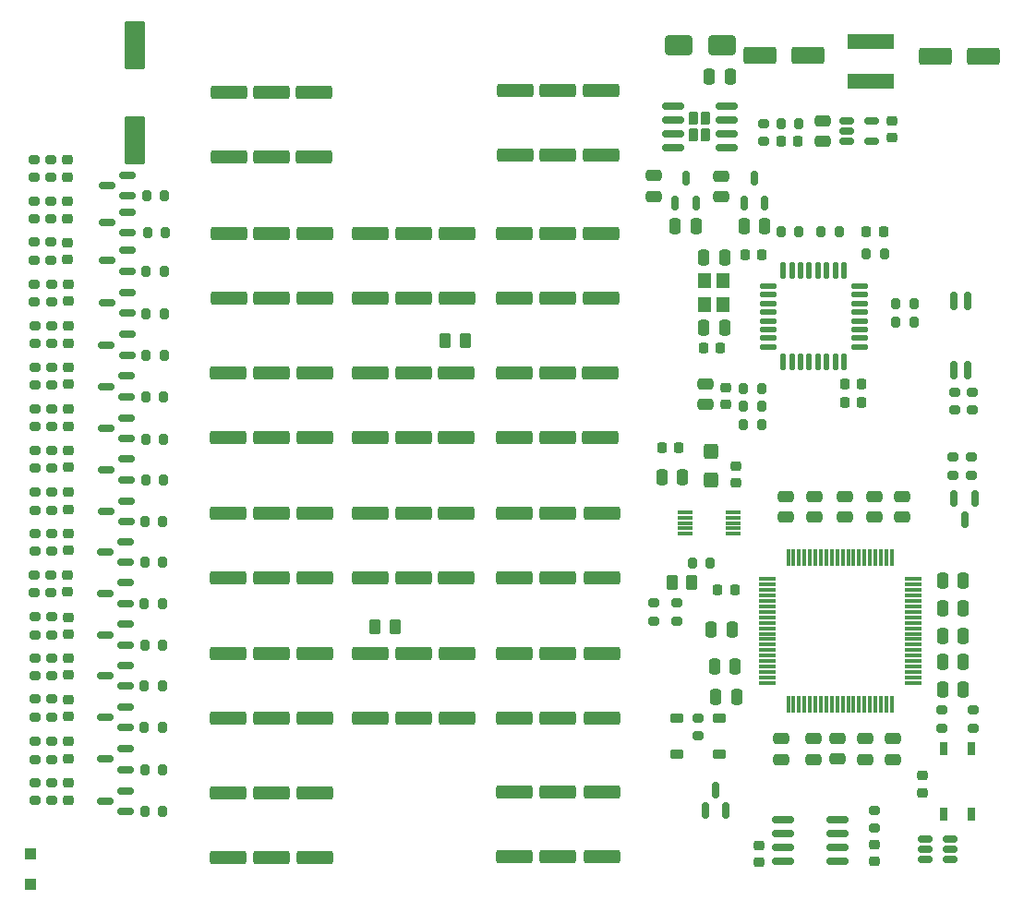
<source format=gbr>
%TF.GenerationSoftware,KiCad,Pcbnew,7.0.7*%
%TF.CreationDate,2024-05-18T15:39:26+02:00*%
%TF.ProjectId,Module_16S,4d6f6475-6c65-45f3-9136-532e6b696361,rev?*%
%TF.SameCoordinates,Original*%
%TF.FileFunction,Paste,Top*%
%TF.FilePolarity,Positive*%
%FSLAX46Y46*%
G04 Gerber Fmt 4.6, Leading zero omitted, Abs format (unit mm)*
G04 Created by KiCad (PCBNEW 7.0.7) date 2024-05-18 15:39:26*
%MOMM*%
%LPD*%
G01*
G04 APERTURE LIST*
G04 Aperture macros list*
%AMRoundRect*
0 Rectangle with rounded corners*
0 $1 Rounding radius*
0 $2 $3 $4 $5 $6 $7 $8 $9 X,Y pos of 4 corners*
0 Add a 4 corners polygon primitive as box body*
4,1,4,$2,$3,$4,$5,$6,$7,$8,$9,$2,$3,0*
0 Add four circle primitives for the rounded corners*
1,1,$1+$1,$2,$3*
1,1,$1+$1,$4,$5*
1,1,$1+$1,$6,$7*
1,1,$1+$1,$8,$9*
0 Add four rect primitives between the rounded corners*
20,1,$1+$1,$2,$3,$4,$5,0*
20,1,$1+$1,$4,$5,$6,$7,0*
20,1,$1+$1,$6,$7,$8,$9,0*
20,1,$1+$1,$8,$9,$2,$3,0*%
G04 Aperture macros list end*
%ADD10RoundRect,0.200000X0.275000X-0.200000X0.275000X0.200000X-0.275000X0.200000X-0.275000X-0.200000X0*%
%ADD11RoundRect,0.200000X0.200000X0.275000X-0.200000X0.275000X-0.200000X-0.275000X0.200000X-0.275000X0*%
%ADD12RoundRect,0.250000X0.475000X-0.250000X0.475000X0.250000X-0.475000X0.250000X-0.475000X-0.250000X0*%
%ADD13RoundRect,0.250000X-1.425000X0.362500X-1.425000X-0.362500X1.425000X-0.362500X1.425000X0.362500X0*%
%ADD14R,1.200000X1.400000*%
%ADD15RoundRect,0.225000X-0.225000X-0.250000X0.225000X-0.250000X0.225000X0.250000X-0.225000X0.250000X0*%
%ADD16RoundRect,0.218750X0.256250X-0.218750X0.256250X0.218750X-0.256250X0.218750X-0.256250X-0.218750X0*%
%ADD17RoundRect,0.200000X-0.200000X-0.275000X0.200000X-0.275000X0.200000X0.275000X-0.200000X0.275000X0*%
%ADD18RoundRect,0.200000X-0.275000X0.200000X-0.275000X-0.200000X0.275000X-0.200000X0.275000X0.200000X0*%
%ADD19RoundRect,0.250000X-0.262500X-0.450000X0.262500X-0.450000X0.262500X0.450000X-0.262500X0.450000X0*%
%ADD20RoundRect,0.150000X0.150000X-0.587500X0.150000X0.587500X-0.150000X0.587500X-0.150000X-0.587500X0*%
%ADD21RoundRect,0.150000X0.587500X0.150000X-0.587500X0.150000X-0.587500X-0.150000X0.587500X-0.150000X0*%
%ADD22RoundRect,0.250000X0.250000X0.475000X-0.250000X0.475000X-0.250000X-0.475000X0.250000X-0.475000X0*%
%ADD23RoundRect,0.250000X-0.475000X0.250000X-0.475000X-0.250000X0.475000X-0.250000X0.475000X0.250000X0*%
%ADD24RoundRect,0.225000X0.225000X0.250000X-0.225000X0.250000X-0.225000X-0.250000X0.225000X-0.250000X0*%
%ADD25RoundRect,0.150000X-0.150000X0.587500X-0.150000X-0.587500X0.150000X-0.587500X0.150000X0.587500X0*%
%ADD26RoundRect,0.230000X-0.230000X-0.375000X0.230000X-0.375000X0.230000X0.375000X-0.230000X0.375000X0*%
%ADD27RoundRect,0.150000X-0.825000X-0.150000X0.825000X-0.150000X0.825000X0.150000X-0.825000X0.150000X0*%
%ADD28RoundRect,0.150000X-0.512500X-0.150000X0.512500X-0.150000X0.512500X0.150000X-0.512500X0.150000X0*%
%ADD29RoundRect,0.250000X0.425000X-0.450000X0.425000X0.450000X-0.425000X0.450000X-0.425000X-0.450000X0*%
%ADD30RoundRect,0.218750X0.218750X0.256250X-0.218750X0.256250X-0.218750X-0.256250X0.218750X-0.256250X0*%
%ADD31RoundRect,0.150000X0.150000X-0.662500X0.150000X0.662500X-0.150000X0.662500X-0.150000X-0.662500X0*%
%ADD32RoundRect,0.225000X0.250000X-0.225000X0.250000X0.225000X-0.250000X0.225000X-0.250000X-0.225000X0*%
%ADD33RoundRect,0.250000X-1.000000X-0.650000X1.000000X-0.650000X1.000000X0.650000X-1.000000X0.650000X0*%
%ADD34RoundRect,0.225000X-0.375000X0.225000X-0.375000X-0.225000X0.375000X-0.225000X0.375000X0.225000X0*%
%ADD35RoundRect,0.250000X-0.250000X-0.475000X0.250000X-0.475000X0.250000X0.475000X-0.250000X0.475000X0*%
%ADD36R,1.500000X0.300000*%
%ADD37R,0.300000X1.500000*%
%ADD38RoundRect,0.125000X-0.625000X-0.125000X0.625000X-0.125000X0.625000X0.125000X-0.625000X0.125000X0*%
%ADD39RoundRect,0.125000X-0.125000X-0.625000X0.125000X-0.625000X0.125000X0.625000X-0.125000X0.625000X0*%
%ADD40RoundRect,0.250000X1.250000X0.550000X-1.250000X0.550000X-1.250000X-0.550000X1.250000X-0.550000X0*%
%ADD41RoundRect,0.250000X-1.250000X-0.550000X1.250000X-0.550000X1.250000X0.550000X-1.250000X0.550000X0*%
%ADD42RoundRect,0.150000X0.150000X-0.512500X0.150000X0.512500X-0.150000X0.512500X-0.150000X-0.512500X0*%
%ADD43R,4.200000X1.400000*%
%ADD44R,1.400000X0.300000*%
%ADD45RoundRect,0.225000X-0.250000X0.225000X-0.250000X-0.225000X0.250000X-0.225000X0.250000X0.225000X0*%
%ADD46R,0.800000X1.200000*%
%ADD47RoundRect,0.250000X-0.300000X0.300000X-0.300000X-0.300000X0.300000X-0.300000X0.300000X0.300000X0*%
%ADD48RoundRect,0.250000X-0.700000X1.950000X-0.700000X-1.950000X0.700000X-1.950000X0.700000X1.950000X0*%
G04 APERTURE END LIST*
D10*
%TO.C,Rl6*%
X6197600Y-48577000D03*
X6197600Y-46927000D03*
%TD*%
D11*
%TO.C,R23*%
X66625479Y-45861479D03*
X64975479Y-45861479D03*
%TD*%
D12*
%TO.C,C2*%
X73115679Y-63854879D03*
X73115679Y-61954879D03*
%TD*%
D13*
%TO.C,R53*%
X39395400Y-54140920D03*
X39395400Y-60065920D03*
%TD*%
D14*
%TO.C,Y1*%
X67838879Y-22135479D03*
X67838879Y-19935479D03*
X66138879Y-19935479D03*
X66138879Y-22135479D03*
%TD*%
D11*
%TO.C,R38*%
X16408400Y-64795400D03*
X14758400Y-64795400D03*
%TD*%
D15*
%TO.C,C28*%
X78989079Y-31104079D03*
X80539079Y-31104079D03*
%TD*%
D16*
%TO.C,D12*%
X7772400Y-52400300D03*
X7772400Y-50825300D03*
%TD*%
D17*
%TO.C,R26*%
X80937600Y-17475200D03*
X82587600Y-17475200D03*
%TD*%
D10*
%TO.C,R102*%
X87833200Y-60997600D03*
X87833200Y-59347600D03*
%TD*%
D11*
%TO.C,R41*%
X16420600Y-53390800D03*
X14770600Y-53390800D03*
%TD*%
D18*
%TO.C,R15*%
X4724400Y-62217800D03*
X4724400Y-63867800D03*
%TD*%
D13*
%TO.C,R59*%
X26416000Y-54140920D03*
X26416000Y-60065920D03*
%TD*%
%TO.C,R52*%
X56667400Y-54140920D03*
X56667400Y-60065920D03*
%TD*%
%TO.C,R48*%
X48691800Y-66862100D03*
X48691800Y-72787100D03*
%TD*%
D11*
%TO.C,R39*%
X16395200Y-60934600D03*
X14745200Y-60934600D03*
%TD*%
D18*
%TO.C,R11*%
X4673600Y-46927000D03*
X4673600Y-48577000D03*
%TD*%
%TO.C,R18*%
X81675479Y-68544479D03*
X81675479Y-70194479D03*
%TD*%
D16*
%TO.C,D14*%
X7772400Y-59918700D03*
X7772400Y-58343700D03*
%TD*%
%TO.C,D10*%
X7747000Y-44704100D03*
X7747000Y-43129100D03*
%TD*%
D11*
%TO.C,R87*%
X16674600Y-15544800D03*
X15024600Y-15544800D03*
%TD*%
D13*
%TO.C,R100*%
X26416000Y-2639880D03*
X26416000Y-8564880D03*
%TD*%
D18*
%TO.C,R5*%
X4699000Y-24092400D03*
X4699000Y-25742400D03*
%TD*%
D13*
%TO.C,R51*%
X22428200Y-66952680D03*
X22428200Y-72877680D03*
%TD*%
D19*
%TO.C,TH8*%
X42343700Y-25476200D03*
X44168700Y-25476200D03*
%TD*%
D20*
%TO.C,Q2*%
X66156800Y-68550000D03*
X68056800Y-68550000D03*
X67106800Y-66675000D03*
%TD*%
D13*
%TO.C,R79*%
X43332400Y-41278360D03*
X43332400Y-47203360D03*
%TD*%
%TO.C,R92*%
X30327600Y-2634800D03*
X30327600Y-8559800D03*
%TD*%
D16*
%TO.C,D1*%
X7721600Y-10464900D03*
X7721600Y-8889900D03*
%TD*%
D19*
%TO.C,TH3*%
X63109979Y-47664879D03*
X64934979Y-47664879D03*
%TD*%
D13*
%TO.C,R98*%
X26416000Y-15593880D03*
X26416000Y-21518880D03*
%TD*%
%TO.C,R95*%
X56591200Y-2528980D03*
X56591200Y-8453980D03*
%TD*%
%TO.C,R77*%
X52628800Y-28415800D03*
X52628800Y-34340800D03*
%TD*%
D18*
%TO.C,R12*%
X4724400Y-50787800D03*
X4724400Y-52437800D03*
%TD*%
D16*
%TO.C,D16*%
X7772400Y-67614900D03*
X7772400Y-66039900D03*
%TD*%
D10*
%TO.C,Rl11*%
X6248400Y-29527000D03*
X6248400Y-27877000D03*
%TD*%
D11*
%TO.C,R66*%
X16547600Y-26797000D03*
X14897600Y-26797000D03*
%TD*%
D18*
%TO.C,R4*%
X4673600Y-20282400D03*
X4673600Y-21932400D03*
%TD*%
D13*
%TO.C,R93*%
X39395400Y-15593880D03*
X39395400Y-21518880D03*
%TD*%
D16*
%TO.C,D15*%
X7772400Y-63804900D03*
X7772400Y-62229900D03*
%TD*%
D21*
%TO.C,Qc13*%
X13027900Y-57134800D03*
X13027900Y-55234800D03*
X11152900Y-56184800D03*
%TD*%
D16*
%TO.C,D8*%
X7747000Y-37084100D03*
X7747000Y-35509100D03*
%TD*%
D13*
%TO.C,R56*%
X26416000Y-66952680D03*
X26416000Y-72877680D03*
%TD*%
D10*
%TO.C,Rl2*%
X6248400Y-63867800D03*
X6248400Y-62217800D03*
%TD*%
D22*
%TO.C,C42*%
X71647179Y-14964879D03*
X69747179Y-14964879D03*
%TD*%
D13*
%TO.C,R58*%
X43434000Y-54140920D03*
X43434000Y-60065920D03*
%TD*%
%TO.C,R54*%
X52628800Y-66841780D03*
X52628800Y-72766780D03*
%TD*%
D18*
%TO.C,R3*%
X4648200Y-16421600D03*
X4648200Y-18071600D03*
%TD*%
D10*
%TO.C,Rl7*%
X6223000Y-44767000D03*
X6223000Y-43117000D03*
%TD*%
D21*
%TO.C,Qc1*%
X13180300Y-12151400D03*
X13180300Y-10251400D03*
X11305300Y-11201400D03*
%TD*%
D12*
%TO.C,C3*%
X76138279Y-63854879D03*
X76138279Y-61954879D03*
%TD*%
D10*
%TO.C,R21*%
X63539879Y-51182279D03*
X63539879Y-49532279D03*
%TD*%
D23*
%TO.C,C14*%
X78957679Y-39755279D03*
X78957679Y-41655279D03*
%TD*%
D24*
%TO.C,C36*%
X74687879Y-7159779D03*
X73137879Y-7159779D03*
%TD*%
D22*
%TO.C,C20*%
X64108879Y-37962079D03*
X62208879Y-37962079D03*
%TD*%
D21*
%TO.C,Qc2*%
X13180300Y-15580400D03*
X13180300Y-13680400D03*
X11305300Y-14630400D03*
%TD*%
D13*
%TO.C,R43*%
X30353000Y-66938300D03*
X30353000Y-72863300D03*
%TD*%
D25*
%TO.C,Q1*%
X90895679Y-39959779D03*
X88995679Y-39959779D03*
X89945679Y-41834779D03*
%TD*%
D12*
%TO.C,C32*%
X66206879Y-31292079D03*
X66206879Y-29392079D03*
%TD*%
D26*
%TO.C,U8*%
X65092279Y-5069079D03*
X65092279Y-6569079D03*
X66232279Y-5069079D03*
X66232279Y-6569079D03*
D27*
X63187279Y-3914079D03*
X63187279Y-5184079D03*
X63187279Y-6454079D03*
X63187279Y-7724079D03*
X68137279Y-7724079D03*
X68137279Y-6454079D03*
X68137279Y-5184079D03*
X68137279Y-3914079D03*
%TD*%
D16*
%TO.C,D4*%
X7747000Y-21844100D03*
X7747000Y-20269100D03*
%TD*%
D11*
%TO.C,R42*%
X16395200Y-49580800D03*
X14745200Y-49580800D03*
%TD*%
D10*
%TO.C,Rl3*%
X6248400Y-59981600D03*
X6248400Y-58331600D03*
%TD*%
D11*
%TO.C,R40*%
X16395200Y-57150000D03*
X14745200Y-57150000D03*
%TD*%
D21*
%TO.C,Qc6*%
X13129500Y-30591800D03*
X13129500Y-28691800D03*
X11254500Y-29641800D03*
%TD*%
%TO.C,Qc12*%
X13027900Y-53375600D03*
X13027900Y-51475600D03*
X11152900Y-52425600D03*
%TD*%
D28*
%TO.C,U3*%
X86360079Y-71137279D03*
X86360079Y-72087279D03*
X86360079Y-73037279D03*
X88635079Y-73037279D03*
X88635079Y-72087279D03*
X88635079Y-71137279D03*
%TD*%
D29*
%TO.C,C22*%
X66714879Y-38270679D03*
X66714879Y-35570679D03*
%TD*%
D15*
%TO.C,C30*%
X69826079Y-17565879D03*
X71376079Y-17565879D03*
%TD*%
D18*
%TO.C,R16*%
X4724400Y-66002400D03*
X4724400Y-67652400D03*
%TD*%
D11*
%TO.C,R37*%
X16420600Y-68656200D03*
X14770600Y-68656200D03*
%TD*%
D13*
%TO.C,R91*%
X48717200Y-2523900D03*
X48717200Y-8448900D03*
%TD*%
D10*
%TO.C,Rl4*%
X6248400Y-56197000D03*
X6248400Y-54547000D03*
%TD*%
D15*
%TO.C,C29*%
X65996579Y-26151079D03*
X67546579Y-26151079D03*
%TD*%
D30*
%TO.C,D20*%
X82524700Y-15468600D03*
X80949700Y-15468600D03*
%TD*%
D10*
%TO.C,Rl10*%
X6223000Y-33362400D03*
X6223000Y-31712400D03*
%TD*%
D16*
%TO.C,D11*%
X7721600Y-48514200D03*
X7721600Y-46939200D03*
%TD*%
D31*
%TO.C,U7*%
X88976200Y-28155700D03*
X90246200Y-28155700D03*
X90246200Y-21780700D03*
X88976200Y-21780700D03*
%TD*%
D12*
%TO.C,C6*%
X83351879Y-63854879D03*
X83351879Y-61954879D03*
%TD*%
D13*
%TO.C,R82*%
X43307000Y-28415800D03*
X43307000Y-34340800D03*
%TD*%
%TO.C,R81*%
X56565800Y-28415800D03*
X56565800Y-34340800D03*
%TD*%
D11*
%TO.C,R62*%
X16446000Y-42062400D03*
X14796000Y-42062400D03*
%TD*%
D32*
%TO.C,C24*%
X81675479Y-73243279D03*
X81675479Y-71693279D03*
%TD*%
D19*
%TO.C,TH7*%
X35892100Y-51714400D03*
X37717100Y-51714400D03*
%TD*%
D13*
%TO.C,R68*%
X30353000Y-28415800D03*
X30353000Y-34340800D03*
%TD*%
D33*
%TO.C,D22*%
X63709800Y1676400D03*
X67709800Y1676400D03*
%TD*%
D22*
%TO.C,C9*%
X89839079Y-52541679D03*
X87939079Y-52541679D03*
%TD*%
D10*
%TO.C,R33*%
X90627200Y-31838400D03*
X90627200Y-30188400D03*
%TD*%
D34*
%TO.C,D23*%
X67437000Y-60072000D03*
X67437000Y-63372000D03*
%TD*%
D18*
%TO.C,R17*%
X65495679Y-60047879D03*
X65495679Y-61697879D03*
%TD*%
%TO.C,R13*%
X4724400Y-54547000D03*
X4724400Y-56197000D03*
%TD*%
D13*
%TO.C,R67*%
X48666400Y-15593880D03*
X48666400Y-21518880D03*
%TD*%
D35*
%TO.C,C1*%
X67136479Y-58155079D03*
X69036479Y-58155079D03*
%TD*%
D22*
%TO.C,C10*%
X89839079Y-50001679D03*
X87939079Y-50001679D03*
%TD*%
D17*
%TO.C,R28*%
X83669879Y-22087079D03*
X85319879Y-22087079D03*
%TD*%
D36*
%TO.C,U1*%
X71825879Y-47334479D03*
X71825879Y-47834479D03*
X71825879Y-48334479D03*
X71825879Y-48834479D03*
X71825879Y-49334479D03*
X71825879Y-49834479D03*
X71825879Y-50334479D03*
X71825879Y-50834479D03*
X71825879Y-51334479D03*
X71825879Y-51834479D03*
X71825879Y-52334479D03*
X71825879Y-52834479D03*
X71825879Y-53334479D03*
X71825879Y-53834479D03*
X71825879Y-54334479D03*
X71825879Y-54834479D03*
X71825879Y-55334479D03*
X71825879Y-55834479D03*
X71825879Y-56334479D03*
X71825879Y-56834479D03*
D37*
X73775879Y-58784479D03*
X74275879Y-58784479D03*
X74775879Y-58784479D03*
X75275879Y-58784479D03*
X75775879Y-58784479D03*
X76275879Y-58784479D03*
X76775879Y-58784479D03*
X77275879Y-58784479D03*
X77775879Y-58784479D03*
X78275879Y-58784479D03*
X78775879Y-58784479D03*
X79275879Y-58784479D03*
X79775879Y-58784479D03*
X80275879Y-58784479D03*
X80775879Y-58784479D03*
X81275879Y-58784479D03*
X81775879Y-58784479D03*
X82275879Y-58784479D03*
X82775879Y-58784479D03*
X83275879Y-58784479D03*
D36*
X85225879Y-56834479D03*
X85225879Y-56334479D03*
X85225879Y-55834479D03*
X85225879Y-55334479D03*
X85225879Y-54834479D03*
X85225879Y-54334479D03*
X85225879Y-53834479D03*
X85225879Y-53334479D03*
X85225879Y-52834479D03*
X85225879Y-52334479D03*
X85225879Y-51834479D03*
X85225879Y-51334479D03*
X85225879Y-50834479D03*
X85225879Y-50334479D03*
X85225879Y-49834479D03*
X85225879Y-49334479D03*
X85225879Y-48834479D03*
X85225879Y-48334479D03*
X85225879Y-47834479D03*
X85225879Y-47334479D03*
D37*
X83275879Y-45384479D03*
X82775879Y-45384479D03*
X82275879Y-45384479D03*
X81775879Y-45384479D03*
X81275879Y-45384479D03*
X80775879Y-45384479D03*
X80275879Y-45384479D03*
X79775879Y-45384479D03*
X79275879Y-45384479D03*
X78775879Y-45384479D03*
X78275879Y-45384479D03*
X77775879Y-45384479D03*
X77275879Y-45384479D03*
X76775879Y-45384479D03*
X76275879Y-45384479D03*
X75775879Y-45384479D03*
X75275879Y-45384479D03*
X74775879Y-45384479D03*
X74275879Y-45384479D03*
X73775879Y-45384479D03*
%TD*%
D35*
%TO.C,C35*%
X66537800Y-1270000D03*
X68437800Y-1270000D03*
%TD*%
D16*
%TO.C,D5*%
X7797800Y-25679500D03*
X7797800Y-24104500D03*
%TD*%
D34*
%TO.C,D24*%
X63525400Y-60098400D03*
X63525400Y-63398400D03*
%TD*%
D21*
%TO.C,Qc4*%
X13180300Y-22946400D03*
X13180300Y-21046400D03*
X11305300Y-21996400D03*
%TD*%
D10*
%TO.C,Rl5*%
X6248400Y-52437800D03*
X6248400Y-50787800D03*
%TD*%
D22*
%TO.C,C8*%
X89839079Y-54948329D03*
X87939079Y-54948329D03*
%TD*%
D18*
%TO.C,R27*%
X90551000Y-36157400D03*
X90551000Y-37807400D03*
%TD*%
D11*
%TO.C,R85*%
X16560800Y-22961600D03*
X14910800Y-22961600D03*
%TD*%
D38*
%TO.C,U6*%
X71937879Y-20430079D03*
X71937879Y-21230079D03*
X71937879Y-22030079D03*
X71937879Y-22830079D03*
X71937879Y-23630079D03*
X71937879Y-24430079D03*
X71937879Y-25230079D03*
X71937879Y-26030079D03*
D39*
X73312879Y-27405079D03*
X74112879Y-27405079D03*
X74912879Y-27405079D03*
X75712879Y-27405079D03*
X76512879Y-27405079D03*
X77312879Y-27405079D03*
X78112879Y-27405079D03*
X78912879Y-27405079D03*
D38*
X80287879Y-26030079D03*
X80287879Y-25230079D03*
X80287879Y-24430079D03*
X80287879Y-23630079D03*
X80287879Y-22830079D03*
X80287879Y-22030079D03*
X80287879Y-21230079D03*
X80287879Y-20430079D03*
D39*
X78912879Y-19055079D03*
X78112879Y-19055079D03*
X77312879Y-19055079D03*
X76512879Y-19055079D03*
X75712879Y-19055079D03*
X74912879Y-19055079D03*
X74112879Y-19055079D03*
X73312879Y-19055079D03*
%TD*%
D18*
%TO.C,R9*%
X4699000Y-39357800D03*
X4699000Y-41007800D03*
%TD*%
%TO.C,R10*%
X4699000Y-43117000D03*
X4699000Y-44767000D03*
%TD*%
D10*
%TO.C,Rl14*%
X6197600Y-18071600D03*
X6197600Y-16421600D03*
%TD*%
D28*
%TO.C,U11*%
X79126500Y-5260000D03*
X79126500Y-6210000D03*
X79126500Y-7160000D03*
X81401500Y-7160000D03*
X81401500Y-5260000D03*
%TD*%
D21*
%TO.C,Qc15*%
X13027900Y-64780200D03*
X13027900Y-62880200D03*
X11152900Y-63830200D03*
%TD*%
D10*
%TO.C,Rl15*%
X6172200Y-14287000D03*
X6172200Y-12637000D03*
%TD*%
D12*
%TO.C,C41*%
X76962000Y-7160000D03*
X76962000Y-5260000D03*
%TD*%
D18*
%TO.C,R14*%
X4724400Y-58331600D03*
X4724400Y-59981600D03*
%TD*%
D11*
%TO.C,R30*%
X71349879Y-29859479D03*
X69699879Y-29859479D03*
%TD*%
D13*
%TO.C,R69*%
X35483800Y-28415800D03*
X35483800Y-34340800D03*
%TD*%
D40*
%TO.C,C37*%
X75604879Y695521D03*
X71204879Y695521D03*
%TD*%
D13*
%TO.C,R90*%
X30353000Y-15593880D03*
X30353000Y-21518880D03*
%TD*%
%TO.C,R60*%
X56667400Y-41278360D03*
X56667400Y-47203360D03*
%TD*%
D41*
%TO.C,C38*%
X87309600Y609600D03*
X91709600Y609600D03*
%TD*%
D13*
%TO.C,R97*%
X43434000Y-15593880D03*
X43434000Y-21518880D03*
%TD*%
D18*
%TO.C,R6*%
X4699000Y-27877000D03*
X4699000Y-29527000D03*
%TD*%
D12*
%TO.C,C5*%
X80837279Y-63854879D03*
X80837279Y-61954879D03*
%TD*%
D13*
%TO.C,R70*%
X30353000Y-41278360D03*
X30353000Y-47203360D03*
%TD*%
D18*
%TO.C,R1*%
X4622800Y-8852400D03*
X4622800Y-10502400D03*
%TD*%
D24*
%TO.C,C18*%
X68861479Y-48299879D03*
X67311479Y-48299879D03*
%TD*%
D21*
%TO.C,Qc10*%
X13027900Y-45806400D03*
X13027900Y-43906400D03*
X11152900Y-44856400D03*
%TD*%
D23*
%TO.C,C4*%
X78271879Y-61944679D03*
X78271879Y-63844679D03*
%TD*%
D27*
%TO.C,U2*%
X73321879Y-69394879D03*
X73321879Y-70664879D03*
X73321879Y-71934879D03*
X73321879Y-73204879D03*
X78271879Y-73204879D03*
X78271879Y-71934879D03*
X78271879Y-70664879D03*
X78271879Y-69394879D03*
%TD*%
D22*
%TO.C,C26*%
X67938879Y-17835079D03*
X66038879Y-17835079D03*
%TD*%
D13*
%TO.C,R44*%
X48691800Y-41278360D03*
X48691800Y-47203360D03*
%TD*%
D23*
%TO.C,C15*%
X76214479Y-39729879D03*
X76214479Y-41629879D03*
%TD*%
D11*
%TO.C,R63*%
X16496800Y-38227000D03*
X14846800Y-38227000D03*
%TD*%
D13*
%TO.C,R83*%
X26416000Y-28415800D03*
X26416000Y-34340800D03*
%TD*%
D32*
%TO.C,C23*%
X71069200Y-73292000D03*
X71069200Y-71742000D03*
%TD*%
D13*
%TO.C,R45*%
X30378400Y-54140920D03*
X30378400Y-60065920D03*
%TD*%
%TO.C,R99*%
X52628800Y-2528980D03*
X52628800Y-8453980D03*
%TD*%
D10*
%TO.C,Rl8*%
X6223000Y-41007800D03*
X6223000Y-39357800D03*
%TD*%
D21*
%TO.C,Qc8*%
X13104100Y-38211800D03*
X13104100Y-36311800D03*
X11229100Y-37261800D03*
%TD*%
D13*
%TO.C,R71*%
X48691800Y-28415800D03*
X48691800Y-34340800D03*
%TD*%
D10*
%TO.C,Rl12*%
X6248400Y-25742400D03*
X6248400Y-24092400D03*
%TD*%
D22*
%TO.C,C19*%
X68630079Y-51957479D03*
X66730079Y-51957479D03*
%TD*%
D11*
%TO.C,R34*%
X71349879Y-31485079D03*
X69699879Y-31485079D03*
%TD*%
D16*
%TO.C,D9*%
X7747000Y-40919500D03*
X7747000Y-39344500D03*
%TD*%
D13*
%TO.C,R94*%
X22479000Y-15593880D03*
X22479000Y-21518880D03*
%TD*%
D10*
%TO.C,Rl9*%
X6223000Y-37147000D03*
X6223000Y-35497000D03*
%TD*%
D13*
%TO.C,R46*%
X48691800Y-54140920D03*
X48691800Y-60065920D03*
%TD*%
%TO.C,R57*%
X52628800Y-54140920D03*
X52628800Y-60065920D03*
%TD*%
D22*
%TO.C,C17*%
X68909479Y-55335679D03*
X67009479Y-55335679D03*
%TD*%
D13*
%TO.C,R84*%
X56616600Y-15593880D03*
X56616600Y-21518880D03*
%TD*%
D11*
%TO.C,R65*%
X16522200Y-30607000D03*
X14872200Y-30607000D03*
%TD*%
D17*
%TO.C,R29*%
X83669879Y-23738079D03*
X85319879Y-23738079D03*
%TD*%
D10*
%TO.C,R101*%
X6172200Y-10502400D03*
X6172200Y-8852400D03*
%TD*%
D21*
%TO.C,Qc5*%
X13154900Y-26781800D03*
X13154900Y-24881800D03*
X11279900Y-25831800D03*
%TD*%
D22*
%TO.C,C7*%
X89839079Y-57443879D03*
X87939079Y-57443879D03*
%TD*%
D16*
%TO.C,D7*%
X7772400Y-33299600D03*
X7772400Y-31724600D03*
%TD*%
D42*
%TO.C,U9*%
X69721779Y-12805879D03*
X71621779Y-12805879D03*
X70671779Y-10530879D03*
%TD*%
D23*
%TO.C,C40*%
X61466779Y-10331879D03*
X61466779Y-12231879D03*
%TD*%
D24*
%TO.C,C21*%
X63730679Y-35295079D03*
X62180679Y-35295079D03*
%TD*%
D21*
%TO.C,Qc14*%
X13027900Y-60919400D03*
X13027900Y-59019400D03*
X11152900Y-59969400D03*
%TD*%
D15*
%TO.C,C31*%
X78989079Y-29453079D03*
X80539079Y-29453079D03*
%TD*%
D16*
%TO.C,D13*%
X7772400Y-56134100D03*
X7772400Y-54559100D03*
%TD*%
D42*
%TO.C,U10*%
X63437779Y-12800379D03*
X65337779Y-12800379D03*
X64387779Y-10525379D03*
%TD*%
D13*
%TO.C,R47*%
X35483800Y-54140920D03*
X35483800Y-60065920D03*
%TD*%
D43*
%TO.C,L1*%
X81381600Y2002400D03*
X81381600Y-1697600D03*
%TD*%
D44*
%TO.C,U4*%
X64311679Y-41178479D03*
X64311679Y-41678479D03*
X64311679Y-42178479D03*
X64311679Y-42678479D03*
X64311679Y-43178479D03*
X68711679Y-43178479D03*
X68711679Y-42678479D03*
X68711679Y-42178479D03*
X68711679Y-41678479D03*
X68711679Y-41178479D03*
%TD*%
D13*
%TO.C,R78*%
X39395400Y-41278360D03*
X39395400Y-47203360D03*
%TD*%
D23*
%TO.C,C39*%
X67623779Y-10337379D03*
X67623779Y-12237379D03*
%TD*%
D21*
%TO.C,Qc3*%
X13180300Y-19060200D03*
X13180300Y-17160200D03*
X11305300Y-18110200D03*
%TD*%
D13*
%TO.C,R80*%
X22453600Y-41278360D03*
X22453600Y-47203360D03*
%TD*%
D11*
%TO.C,R88*%
X16598400Y-12141200D03*
X14948400Y-12141200D03*
%TD*%
D10*
%TO.C,R31*%
X89027000Y-31838400D03*
X89027000Y-30188400D03*
%TD*%
D11*
%TO.C,R24*%
X78461879Y-15483079D03*
X76811879Y-15483079D03*
%TD*%
%TO.C,R86*%
X16573000Y-19075400D03*
X14923000Y-19075400D03*
%TD*%
D16*
%TO.C,D3*%
X7721600Y-18008700D03*
X7721600Y-16433700D03*
%TD*%
D13*
%TO.C,R72*%
X35458400Y-41278360D03*
X35458400Y-47203360D03*
%TD*%
D22*
%TO.C,C43*%
X65337779Y-14964879D03*
X63437779Y-14964879D03*
%TD*%
D13*
%TO.C,R55*%
X56667400Y-66841780D03*
X56667400Y-72766780D03*
%TD*%
D45*
%TO.C,C44*%
X83312000Y-5308000D03*
X83312000Y-6858000D03*
%TD*%
D10*
%TO.C,Rl13*%
X6223000Y-21932400D03*
X6223000Y-20282400D03*
%TD*%
D21*
%TO.C,Qc16*%
X13027900Y-68641000D03*
X13027900Y-66741000D03*
X11152900Y-67691000D03*
%TD*%
D46*
%TO.C,U5*%
X90590879Y-62876679D03*
X88050879Y-62876679D03*
X88050879Y-68876679D03*
X90590879Y-68876679D03*
%TD*%
D11*
%TO.C,R35*%
X74764400Y-5588000D03*
X73114400Y-5588000D03*
%TD*%
D47*
%TO.C,D21*%
X4292600Y-72514000D03*
X4292600Y-75314000D03*
%TD*%
D13*
%TO.C,R76*%
X26416000Y-41278360D03*
X26416000Y-47203360D03*
%TD*%
%TO.C,R89*%
X35483800Y-15593880D03*
X35483800Y-21518880D03*
%TD*%
D10*
%TO.C,Rl1*%
X6248400Y-67652400D03*
X6248400Y-66002400D03*
%TD*%
D11*
%TO.C,R32*%
X71349879Y-33136079D03*
X69699879Y-33136079D03*
%TD*%
D16*
%TO.C,D17*%
X86106000Y-66903700D03*
X86106000Y-65328700D03*
%TD*%
D23*
%TO.C,C13*%
X81715679Y-39755279D03*
X81715679Y-41655279D03*
%TD*%
D35*
%TO.C,C27*%
X66038879Y-24286679D03*
X67938879Y-24286679D03*
%TD*%
D10*
%TO.C,R36*%
X71526400Y-7175000D03*
X71526400Y-5525000D03*
%TD*%
D18*
%TO.C,R7*%
X4699000Y-31712400D03*
X4699000Y-33362400D03*
%TD*%
D23*
%TO.C,C16*%
X73547479Y-39729879D03*
X73547479Y-41629879D03*
%TD*%
D22*
%TO.C,C11*%
X89839079Y-47487079D03*
X87939079Y-47487079D03*
%TD*%
D32*
%TO.C,C25*%
X68975479Y-38483079D03*
X68975479Y-36933079D03*
%TD*%
D21*
%TO.C,Qc11*%
X13027900Y-49565600D03*
X13027900Y-47665600D03*
X11152900Y-48615600D03*
%TD*%
D23*
%TO.C,C12*%
X84255679Y-39755279D03*
X84255679Y-41655279D03*
%TD*%
D11*
%TO.C,R61*%
X16420600Y-45796200D03*
X14770600Y-45796200D03*
%TD*%
D18*
%TO.C,R25*%
X88853479Y-36158379D03*
X88853479Y-37808379D03*
%TD*%
D13*
%TO.C,R50*%
X52628800Y-41278360D03*
X52628800Y-47203360D03*
%TD*%
D18*
%TO.C,R2*%
X4622800Y-12637000D03*
X4622800Y-14287000D03*
%TD*%
D11*
%TO.C,R64*%
X16496800Y-34467800D03*
X14846800Y-34467800D03*
%TD*%
D13*
%TO.C,R49*%
X22453600Y-54140920D03*
X22453600Y-60065920D03*
%TD*%
D21*
%TO.C,Qc7*%
X13104100Y-34452600D03*
X13104100Y-32552600D03*
X11229100Y-33502600D03*
%TD*%
D18*
%TO.C,R20*%
X90728800Y-59347600D03*
X90728800Y-60997600D03*
%TD*%
%TO.C,R8*%
X4699000Y-35497000D03*
X4699000Y-37147000D03*
%TD*%
%TO.C,R19*%
X61482479Y-49532279D03*
X61482479Y-51182279D03*
%TD*%
D11*
%TO.C,R22*%
X74778879Y-15483079D03*
X73128879Y-15483079D03*
%TD*%
D48*
%TO.C,C34*%
X13868400Y1657600D03*
X13868400Y-7042400D03*
%TD*%
D13*
%TO.C,R73*%
X52628800Y-15593880D03*
X52628800Y-21518880D03*
%TD*%
%TO.C,R74*%
X22453600Y-28415800D03*
X22453600Y-34340800D03*
%TD*%
D32*
%TO.C,C33*%
X68035679Y-31320279D03*
X68035679Y-29770279D03*
%TD*%
D16*
%TO.C,D6*%
X7797800Y-29464100D03*
X7797800Y-27889100D03*
%TD*%
D21*
%TO.C,Qc9*%
X13078700Y-42047200D03*
X13078700Y-40147200D03*
X11203700Y-41097200D03*
%TD*%
D13*
%TO.C,R96*%
X22479000Y-2634800D03*
X22479000Y-8559800D03*
%TD*%
D16*
%TO.C,D2*%
X7696200Y-14249500D03*
X7696200Y-12674500D03*
%TD*%
D13*
%TO.C,R75*%
X39395400Y-28415800D03*
X39395400Y-34340800D03*
%TD*%
M02*

</source>
